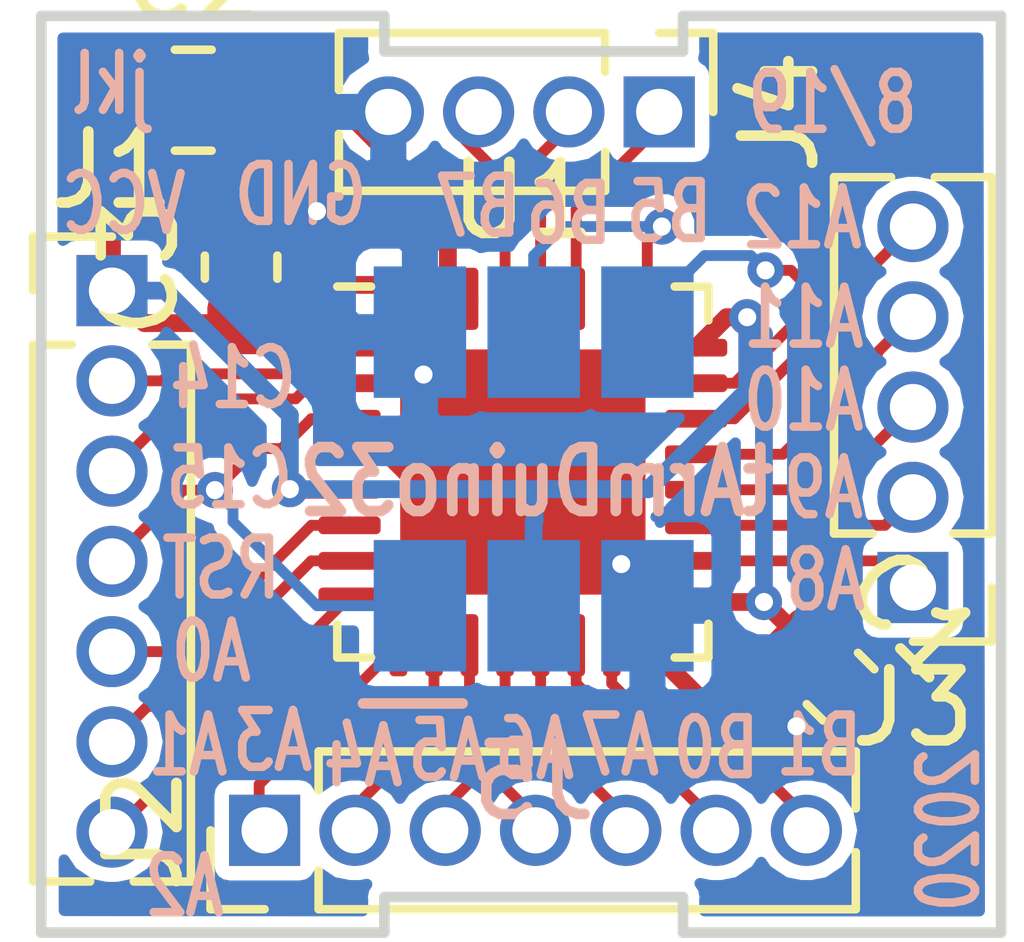
<source format=kicad_pcb>
(kicad_pcb (version 20171130) (host pcbnew 5.0.2-bee76a0~70~ubuntu16.04.1)

  (general
    (thickness 1.6)
    (drawings 39)
    (tracks 142)
    (zones 0)
    (modules 9)
    (nets 26)
  )

  (page A4)
  (layers
    (0 F.Cu signal)
    (31 B.Cu signal)
    (32 B.Adhes user hide)
    (33 F.Adhes user hide)
    (34 B.Paste user hide)
    (35 F.Paste user)
    (36 B.SilkS user)
    (37 F.SilkS user hide)
    (38 B.Mask user)
    (39 F.Mask user hide)
    (40 Dwgs.User user hide)
    (41 Cmts.User user hide)
    (42 Eco1.User user hide)
    (43 Eco2.User user hide)
    (44 Edge.Cuts user)
    (45 Margin user hide)
    (46 B.CrtYd user hide)
    (47 F.CrtYd user hide)
    (48 B.Fab user hide)
    (49 F.Fab user hide)
  )

  (setup
    (last_trace_width 0.25)
    (user_trace_width 0.1525)
    (trace_clearance 0.2)
    (zone_clearance 0.1524)
    (zone_45_only no)
    (trace_min 0.1525)
    (segment_width 0.2)
    (edge_width 0.15)
    (via_size 0.8)
    (via_drill 0.4)
    (via_min_size 0.508)
    (via_min_drill 0.254)
    (user_via 0.508 0.254)
    (uvia_size 0.3)
    (uvia_drill 0.1)
    (uvias_allowed no)
    (uvia_min_size 0.2)
    (uvia_min_drill 0.1)
    (pcb_text_width 0.3)
    (pcb_text_size 1.5 1.5)
    (mod_edge_width 0.15)
    (mod_text_size 1 1)
    (mod_text_width 0.15)
    (pad_size 0.25 0.825)
    (pad_drill 0)
    (pad_to_mask_clearance 0.0201)
    (solder_mask_min_width 0.152)
    (pad_to_paste_clearance -0.0001)
    (aux_axis_origin 0 0)
    (visible_elements FFF9FF7F)
    (pcbplotparams
      (layerselection 0x00010_7ffffffe)
      (usegerberextensions false)
      (usegerberattributes false)
      (usegerberadvancedattributes false)
      (creategerberjobfile false)
      (excludeedgelayer true)
      (linewidth 0.100000)
      (plotframeref false)
      (viasonmask false)
      (mode 1)
      (useauxorigin false)
      (hpglpennumber 1)
      (hpglpenspeed 20)
      (hpglpendiameter 15.000000)
      (psnegative false)
      (psa4output false)
      (plotreference false)
      (plotvalue false)
      (plotinvisibletext false)
      (padsonsilk false)
      (subtractmaskfromsilk false)
      (outputformat 1)
      (mirror false)
      (drillshape 0)
      (scaleselection 1)
      (outputdirectory "Gerbers/"))
  )

  (net 0 "")
  (net 1 VCC)
  (net 2 GND)
  (net 3 /PC14)
  (net 4 /PC15)
  (net 5 /NRST)
  (net 6 /PA0)
  (net 7 /PA1)
  (net 8 /PA2)
  (net 9 /PA3)
  (net 10 /PA4)
  (net 11 /PA5)
  (net 12 /PA6)
  (net 13 /PA7)
  (net 14 /PB0)
  (net 15 /PB1)
  (net 16 /PA8)
  (net 17 /PA9)
  (net 18 /PA10)
  (net 19 /SWD)
  (net 20 /SWC)
  (net 21 /PA11)
  (net 22 /PA12)
  (net 23 /PB5)
  (net 24 /PB6)
  (net 25 /PB7)

  (net_class Default "This is the default net class."
    (clearance 0.2)
    (trace_width 0.25)
    (via_dia 0.8)
    (via_drill 0.4)
    (uvia_dia 0.3)
    (uvia_drill 0.1)
    (add_net /NRST)
    (add_net /PA0)
    (add_net /PA1)
    (add_net /PA10)
    (add_net /PA11)
    (add_net /PA12)
    (add_net /PA2)
    (add_net /PA3)
    (add_net /PA4)
    (add_net /PA5)
    (add_net /PA6)
    (add_net /PA7)
    (add_net /PA8)
    (add_net /PA9)
    (add_net /PB0)
    (add_net /PB1)
    (add_net /PB5)
    (add_net /PB6)
    (add_net /PB7)
    (add_net /PC14)
    (add_net /PC15)
    (add_net /SWC)
    (add_net /SWD)
    (add_net GND)
    (add_net VCC)
  )

  (module Capacitor_SMD:C_0603_1608Metric (layer F.Cu) (tedit 5B301BBE) (tstamp 5CB2AC6F)
    (at 160.741947 78.039547 315)
    (descr "Capacitor SMD 0603 (1608 Metric), square (rectangular) end terminal, IPC_7351 nominal, (Body size source: http://www.tortai-tech.com/upload/download/2011102023233369053.pdf), generated with kicad-footprint-generator")
    (tags capacitor)
    (path /5CAD60E5)
    (attr smd)
    (fp_text reference C1 (at 0 -1.43 315) (layer F.SilkS)
      (effects (font (size 1 1) (thickness 0.15)))
    )
    (fp_text value 100nF (at 0 1.43 315) (layer F.Fab)
      (effects (font (size 1 1) (thickness 0.15)))
    )
    (fp_line (start -0.8 0.4) (end -0.8 -0.4) (layer F.Fab) (width 0.1))
    (fp_line (start -0.8 -0.4) (end 0.8 -0.4) (layer F.Fab) (width 0.1))
    (fp_line (start 0.8 -0.4) (end 0.8 0.4) (layer F.Fab) (width 0.1))
    (fp_line (start 0.8 0.4) (end -0.8 0.4) (layer F.Fab) (width 0.1))
    (fp_line (start -0.162779 -0.51) (end 0.162779 -0.51) (layer F.SilkS) (width 0.12))
    (fp_line (start -0.162779 0.51) (end 0.162779 0.51) (layer F.SilkS) (width 0.12))
    (fp_line (start -1.48 0.73) (end -1.48 -0.73) (layer F.CrtYd) (width 0.05))
    (fp_line (start -1.48 -0.73) (end 1.48 -0.73) (layer F.CrtYd) (width 0.05))
    (fp_line (start 1.48 -0.73) (end 1.48 0.73) (layer F.CrtYd) (width 0.05))
    (fp_line (start 1.48 0.73) (end -1.48 0.73) (layer F.CrtYd) (width 0.05))
    (fp_text user %R (at 0 0 315) (layer F.Fab)
      (effects (font (size 0.4 0.4) (thickness 0.06)))
    )
    (pad 1 smd roundrect (at -0.787501 0 315) (size 0.875 0.95) (layers F.Cu F.Paste F.Mask) (roundrect_rratio 0.25)
      (net 1 VCC))
    (pad 2 smd roundrect (at 0.787501 0 315) (size 0.875 0.95) (layers F.Cu F.Paste F.Mask) (roundrect_rratio 0.25)
      (net 2 GND))
    (model ${KISYS3DMOD}/Capacitor_SMD.3dshapes/C_0603_1608Metric.wrl
      (at (xyz 0 0 0))
      (scale (xyz 1 1 1))
      (rotate (xyz 0 0 0))
    )
  )

  (module lib_fp:Molex_2x3_Contact (layer B.Cu) (tedit 59513E8F) (tstamp 5CA6DA9E)
    (at 156.4259 74.9754)
    (path /5C982CAE)
    (attr smd)
    (fp_text reference J5 (at 0 4.4) (layer B.SilkS)
      (effects (font (size 1 1) (thickness 0.15)) (justify mirror))
    )
    (fp_text value CONN_02X03 (at -0.05 -4.15) (layer B.Fab)
      (effects (font (size 1 1) (thickness 0.15)) (justify mirror))
    )
    (fp_line (start -1 3.3) (end -2.4 3.3) (layer B.SilkS) (width 0.15))
    (fp_line (start -2.4 2.85) (end 2.4 2.85) (layer Dwgs.User) (width 0.15))
    (fp_line (start 2.4 2.85) (end 2.4 -2.85) (layer Dwgs.User) (width 0.15))
    (fp_line (start 2.4 -2.85) (end -2.4 -2.85) (layer Dwgs.User) (width 0.15))
    (fp_line (start -2.4 -2.85) (end -2.4 2.85) (layer Dwgs.User) (width 0.15))
    (pad 1 smd rect (at -1.6 1.925) (size 1.3 1.85) (layers B.Cu B.Paste B.Mask)
      (net 5 /NRST) (solder_mask_margin 0.01) (solder_paste_margin 0.01))
    (pad 2 smd rect (at -1.6 -1.925) (size 1.3 1.85) (layers B.Cu B.Paste B.Mask)
      (net 2 GND) (solder_mask_margin 0.01) (solder_paste_margin 0.01))
    (pad 3 smd rect (at 0 1.925) (size 1.3 1.85) (layers B.Cu B.Paste B.Mask)
      (net 1 VCC) (solder_mask_margin 0.01) (solder_paste_margin 0.01))
    (pad 4 smd rect (at 0 -1.925) (size 1.3 1.85) (layers B.Cu B.Paste B.Mask)
      (net 20 /SWC) (solder_mask_margin 0.01) (solder_paste_margin 0.01))
    (pad 5 smd rect (at 1.6 1.925) (size 1.3 1.85) (layers B.Cu B.Paste B.Mask)
      (net 2 GND) (solder_mask_margin 0.01) (solder_paste_margin 0.01))
    (pad 6 smd rect (at 1.6 -1.925) (size 1.3 1.85) (layers B.Cu B.Paste B.Mask)
      (net 19 /SWD) (solder_mask_margin 0.01) (solder_paste_margin 0.01))
  )

  (module Capacitor_SMD:C_0805_2012Metric (layer F.Cu) (tedit 5B36C52B) (tstamp 5CB2AC80)
    (at 151.638 69.7865)
    (descr "Capacitor SMD 0805 (2012 Metric), square (rectangular) end terminal, IPC_7351 nominal, (Body size source: https://docs.google.com/spreadsheets/d/1BsfQQcO9C6DZCsRaXUlFlo91Tg2WpOkGARC1WS5S8t0/edit?usp=sharing), generated with kicad-footprint-generator")
    (tags capacitor)
    (path /5CAD61B7)
    (attr smd)
    (fp_text reference C2 (at 0 -1.65) (layer F.SilkS)
      (effects (font (size 1 1) (thickness 0.15)))
    )
    (fp_text value 10uF (at 0 1.65) (layer F.Fab)
      (effects (font (size 1 1) (thickness 0.15)))
    )
    (fp_line (start -1 0.6) (end -1 -0.6) (layer F.Fab) (width 0.1))
    (fp_line (start -1 -0.6) (end 1 -0.6) (layer F.Fab) (width 0.1))
    (fp_line (start 1 -0.6) (end 1 0.6) (layer F.Fab) (width 0.1))
    (fp_line (start 1 0.6) (end -1 0.6) (layer F.Fab) (width 0.1))
    (fp_line (start -0.258578 -0.71) (end 0.258578 -0.71) (layer F.SilkS) (width 0.12))
    (fp_line (start -0.258578 0.71) (end 0.258578 0.71) (layer F.SilkS) (width 0.12))
    (fp_line (start -1.68 0.95) (end -1.68 -0.95) (layer F.CrtYd) (width 0.05))
    (fp_line (start -1.68 -0.95) (end 1.68 -0.95) (layer F.CrtYd) (width 0.05))
    (fp_line (start 1.68 -0.95) (end 1.68 0.95) (layer F.CrtYd) (width 0.05))
    (fp_line (start 1.68 0.95) (end -1.68 0.95) (layer F.CrtYd) (width 0.05))
    (fp_text user %R (at -0.015901 0.155299) (layer F.Fab)
      (effects (font (size 0.5 0.5) (thickness 0.08)))
    )
    (pad 1 smd roundrect (at -0.9375 0) (size 0.975 1.4) (layers F.Cu F.Paste F.Mask) (roundrect_rratio 0.25)
      (net 1 VCC))
    (pad 2 smd roundrect (at 0.9375 0) (size 0.975 1.4) (layers F.Cu F.Paste F.Mask) (roundrect_rratio 0.25)
      (net 2 GND))
    (model ${KISYS3DMOD}/Capacitor_SMD.3dshapes/C_0805_2012Metric.wrl
      (at (xyz 0 0 0))
      (scale (xyz 1 1 1))
      (rotate (xyz 0 0 0))
    )
  )

  (module Capacitor_SMD:C_0603_1608Metric (layer F.Cu) (tedit 5B301BBE) (tstamp 5CB2AC91)
    (at 152.3111 72.136 90)
    (descr "Capacitor SMD 0603 (1608 Metric), square (rectangular) end terminal, IPC_7351 nominal, (Body size source: http://www.tortai-tech.com/upload/download/2011102023233369053.pdf), generated with kicad-footprint-generator")
    (tags capacitor)
    (path /5CAD6237)
    (attr smd)
    (fp_text reference C3 (at 0 -1.43 90) (layer F.SilkS)
      (effects (font (size 1 1) (thickness 0.15)))
    )
    (fp_text value 100nF (at 0 1.43 90) (layer F.Fab)
      (effects (font (size 1 1) (thickness 0.15)))
    )
    (fp_text user %R (at 0 0 90) (layer F.Fab)
      (effects (font (size 0.4 0.4) (thickness 0.06)))
    )
    (fp_line (start 1.48 0.73) (end -1.48 0.73) (layer F.CrtYd) (width 0.05))
    (fp_line (start 1.48 -0.73) (end 1.48 0.73) (layer F.CrtYd) (width 0.05))
    (fp_line (start -1.48 -0.73) (end 1.48 -0.73) (layer F.CrtYd) (width 0.05))
    (fp_line (start -1.48 0.73) (end -1.48 -0.73) (layer F.CrtYd) (width 0.05))
    (fp_line (start -0.162779 0.51) (end 0.162779 0.51) (layer F.SilkS) (width 0.12))
    (fp_line (start -0.162779 -0.51) (end 0.162779 -0.51) (layer F.SilkS) (width 0.12))
    (fp_line (start 0.8 0.4) (end -0.8 0.4) (layer F.Fab) (width 0.1))
    (fp_line (start 0.8 -0.4) (end 0.8 0.4) (layer F.Fab) (width 0.1))
    (fp_line (start -0.8 -0.4) (end 0.8 -0.4) (layer F.Fab) (width 0.1))
    (fp_line (start -0.8 0.4) (end -0.8 -0.4) (layer F.Fab) (width 0.1))
    (pad 2 smd roundrect (at 0.7875 0 90) (size 0.875 0.95) (layers F.Cu F.Paste F.Mask) (roundrect_rratio 0.25)
      (net 2 GND))
    (pad 1 smd roundrect (at -0.7875 0 90) (size 0.875 0.95) (layers F.Cu F.Paste F.Mask) (roundrect_rratio 0.25)
      (net 1 VCC))
    (model ${KISYS3DMOD}/Capacitor_SMD.3dshapes/C_0603_1608Metric.wrl
      (at (xyz 0 0 0))
      (scale (xyz 1 1 1))
      (rotate (xyz 0 0 0))
    )
  )

  (module Package_DFN_QFN:QFN-32-1EP_5x5mm_P0.5mm_EP3.45x3.45mm (layer F.Cu) (tedit 5B4E85CE) (tstamp 5F497DC0)
    (at 156.2735 75.0189)
    (descr "QFN, 32 Pin (http://www.analog.com/media/en/package-pcb-resources/package/pkg_pdf/ltc-legacy-qfn/QFN_32_05-08-1693.pdf), generated with kicad-footprint-generator ipc_dfn_qfn_generator.py")
    (tags "QFN DFN_QFN")
    (path /5F34B92A)
    (attr smd)
    (fp_text reference U1 (at 0 -3.82) (layer F.SilkS)
      (effects (font (size 1 1) (thickness 0.15)))
    )
    (fp_text value STM32L071KBUx (at 0 3.82) (layer F.Fab)
      (effects (font (size 1 1) (thickness 0.15)))
    )
    (fp_line (start 2.135 -2.61) (end 2.61 -2.61) (layer F.SilkS) (width 0.12))
    (fp_line (start 2.61 -2.61) (end 2.61 -2.135) (layer F.SilkS) (width 0.12))
    (fp_line (start -2.135 2.61) (end -2.61 2.61) (layer F.SilkS) (width 0.12))
    (fp_line (start -2.61 2.61) (end -2.61 2.135) (layer F.SilkS) (width 0.12))
    (fp_line (start 2.135 2.61) (end 2.61 2.61) (layer F.SilkS) (width 0.12))
    (fp_line (start 2.61 2.61) (end 2.61 2.135) (layer F.SilkS) (width 0.12))
    (fp_line (start -2.135 -2.61) (end -2.61 -2.61) (layer F.SilkS) (width 0.12))
    (fp_line (start -1.5 -2.5) (end 2.5 -2.5) (layer F.Fab) (width 0.1))
    (fp_line (start 2.5 -2.5) (end 2.5 2.5) (layer F.Fab) (width 0.1))
    (fp_line (start 2.5 2.5) (end -2.5 2.5) (layer F.Fab) (width 0.1))
    (fp_line (start -2.5 2.5) (end -2.5 -1.5) (layer F.Fab) (width 0.1))
    (fp_line (start -2.5 -1.5) (end -1.5 -2.5) (layer F.Fab) (width 0.1))
    (fp_line (start -3.12 -3.12) (end -3.12 3.12) (layer F.CrtYd) (width 0.05))
    (fp_line (start -3.12 3.12) (end 3.12 3.12) (layer F.CrtYd) (width 0.05))
    (fp_line (start 3.12 3.12) (end 3.12 -3.12) (layer F.CrtYd) (width 0.05))
    (fp_line (start 3.12 -3.12) (end -3.12 -3.12) (layer F.CrtYd) (width 0.05))
    (fp_text user %R (at 0 0) (layer F.Fab)
      (effects (font (size 1 1) (thickness 0.15)))
    )
    (pad 33 smd roundrect (at 0 0) (size 3.45 3.45) (layers F.Cu F.Mask) (roundrect_rratio 0.072464)
      (net 2 GND))
    (pad "" smd roundrect (at -1.15 -1.15) (size 0.93 0.93) (layers F.Paste) (roundrect_rratio 0.25))
    (pad "" smd roundrect (at -1.15 0) (size 0.93 0.93) (layers F.Paste) (roundrect_rratio 0.25))
    (pad "" smd roundrect (at -1.15 1.15) (size 0.93 0.93) (layers F.Paste) (roundrect_rratio 0.25))
    (pad "" smd roundrect (at 0 -1.15) (size 0.93 0.93) (layers F.Paste) (roundrect_rratio 0.25))
    (pad "" smd roundrect (at 0 0) (size 0.93 0.93) (layers F.Paste) (roundrect_rratio 0.25))
    (pad "" smd roundrect (at 0 1.15) (size 0.93 0.93) (layers F.Paste) (roundrect_rratio 0.25))
    (pad "" smd roundrect (at 1.15 -1.15) (size 0.93 0.93) (layers F.Paste) (roundrect_rratio 0.25))
    (pad "" smd roundrect (at 1.15 0) (size 0.93 0.93) (layers F.Paste) (roundrect_rratio 0.25))
    (pad "" smd roundrect (at 1.15 1.15) (size 0.93 0.93) (layers F.Paste) (roundrect_rratio 0.25))
    (pad 1 smd roundrect (at -2.4375 -1.75) (size 0.875 0.25) (layers F.Cu F.Paste F.Mask) (roundrect_rratio 0.25)
      (net 3 /PC14))
    (pad 2 smd roundrect (at -2.4375 -1.25) (size 0.875 0.25) (layers F.Cu F.Paste F.Mask) (roundrect_rratio 0.25)
      (net 4 /PC15))
    (pad 3 smd roundrect (at -2.4375 -0.75) (size 0.875 0.25) (layers F.Cu F.Paste F.Mask) (roundrect_rratio 0.25)
      (net 5 /NRST))
    (pad 4 smd roundrect (at -2.4375 -0.25) (size 0.875 0.25) (layers F.Cu F.Paste F.Mask) (roundrect_rratio 0.25)
      (net 2 GND))
    (pad 5 smd roundrect (at -2.4375 0.25) (size 0.875 0.25) (layers F.Cu F.Paste F.Mask) (roundrect_rratio 0.25)
      (net 1 VCC))
    (pad 6 smd roundrect (at -2.4375 0.75) (size 0.875 0.25) (layers F.Cu F.Paste F.Mask) (roundrect_rratio 0.25)
      (net 6 /PA0))
    (pad 7 smd roundrect (at -2.4375 1.25) (size 0.875 0.25) (layers F.Cu F.Paste F.Mask) (roundrect_rratio 0.25)
      (net 7 /PA1))
    (pad 8 smd roundrect (at -2.4375 1.75) (size 0.875 0.25) (layers F.Cu F.Paste F.Mask) (roundrect_rratio 0.25)
      (net 8 /PA2))
    (pad 9 smd roundrect (at -1.75 2.4375) (size 0.25 0.875) (layers F.Cu F.Paste F.Mask) (roundrect_rratio 0.25)
      (net 9 /PA3))
    (pad 10 smd roundrect (at -1.25 2.4375) (size 0.25 0.875) (layers F.Cu F.Paste F.Mask) (roundrect_rratio 0.25)
      (net 10 /PA4))
    (pad 11 smd roundrect (at -0.75 2.4375) (size 0.25 0.875) (layers F.Cu F.Paste F.Mask) (roundrect_rratio 0.25)
      (net 11 /PA5))
    (pad 12 smd roundrect (at -0.25 2.4375) (size 0.25 0.875) (layers F.Cu F.Paste F.Mask) (roundrect_rratio 0.25)
      (net 12 /PA6))
    (pad 13 smd roundrect (at 0.25 2.4375) (size 0.25 0.875) (layers F.Cu F.Paste F.Mask) (roundrect_rratio 0.25)
      (net 13 /PA7))
    (pad 14 smd roundrect (at 0.75 2.4375) (size 0.25 0.875) (layers F.Cu F.Paste F.Mask) (roundrect_rratio 0.25)
      (net 14 /PB0))
    (pad 15 smd roundrect (at 1.25 2.4375) (size 0.25 0.875) (layers F.Cu F.Paste F.Mask) (roundrect_rratio 0.25)
      (net 15 /PB1))
    (pad 16 smd roundrect (at 1.75 2.4375) (size 0.25 0.875) (layers F.Cu F.Paste F.Mask) (roundrect_rratio 0.25)
      (net 2 GND))
    (pad 17 smd roundrect (at 2.4375 1.75) (size 0.875 0.25) (layers F.Cu F.Paste F.Mask) (roundrect_rratio 0.25)
      (net 1 VCC))
    (pad 18 smd roundrect (at 2.4375 1.25) (size 0.875 0.25) (layers F.Cu F.Paste F.Mask) (roundrect_rratio 0.25)
      (net 16 /PA8))
    (pad 19 smd roundrect (at 2.4375 0.75) (size 0.875 0.25) (layers F.Cu F.Paste F.Mask) (roundrect_rratio 0.25)
      (net 17 /PA9))
    (pad 20 smd roundrect (at 2.4375 0.25) (size 0.875 0.25) (layers F.Cu F.Paste F.Mask) (roundrect_rratio 0.25)
      (net 18 /PA10))
    (pad 21 smd roundrect (at 2.4375 -0.25) (size 0.875 0.25) (layers F.Cu F.Paste F.Mask) (roundrect_rratio 0.25)
      (net 21 /PA11))
    (pad 22 smd roundrect (at 2.4375 -0.75) (size 0.875 0.25) (layers F.Cu F.Paste F.Mask) (roundrect_rratio 0.25)
      (net 22 /PA12))
    (pad 23 smd roundrect (at 2.4375 -1.25) (size 0.875 0.25) (layers F.Cu F.Paste F.Mask) (roundrect_rratio 0.25)
      (net 19 /SWD))
    (pad 24 smd roundrect (at 2.4375 -1.75) (size 0.875 0.25) (layers F.Cu F.Paste F.Mask) (roundrect_rratio 0.25)
      (net 1 VCC))
    (pad 25 smd roundrect (at 1.75 -2.4375) (size 0.25 0.875) (layers F.Cu F.Paste F.Mask) (roundrect_rratio 0.25)
      (net 20 /SWC))
    (pad 26 smd roundrect (at 1.25 -2.4375) (size 0.25 0.875) (layers F.Cu F.Paste F.Mask) (roundrect_rratio 0.25))
    (pad 27 smd roundrect (at 0.75 -2.4375) (size 0.25 0.875) (layers F.Cu F.Paste F.Mask) (roundrect_rratio 0.25)
      (net 23 /PB5))
    (pad 28 smd roundrect (at 0.25 -2.4375) (size 0.25 0.875) (layers F.Cu F.Paste F.Mask) (roundrect_rratio 0.25)
      (net 24 /PB6))
    (pad 29 smd roundrect (at -0.25 -2.4375) (size 0.25 0.875) (layers F.Cu F.Paste F.Mask) (roundrect_rratio 0.25)
      (net 25 /PB7))
    (pad 30 smd roundrect (at -0.75 -2.4375) (size 0.25 0.875) (layers F.Cu F.Paste F.Mask) (roundrect_rratio 0.25)
      (net 2 GND))
    (pad 31 smd roundrect (at -1.25 -2.4375) (size 0.25 0.875) (layers F.Cu F.Paste F.Mask) (roundrect_rratio 0.25)
      (net 2 GND))
    (pad 32 smd roundrect (at -1.75 -2.4375) (size 0.25 0.875) (layers F.Cu F.Paste F.Mask) (roundrect_rratio 0.25)
      (net 1 VCC))
    (model ${KISYS3DMOD}/Package_DFN_QFN.3dshapes/QFN-32-1EP_5x5mm_P0.5mm_EP3.45x3.45mm.wrl
      (at (xyz 0 0 0))
      (scale (xyz 1 1 1))
      (rotate (xyz 0 0 0))
    )
  )

  (module Connector_PinHeader_1.27mm:PinHeader_1x07_P1.27mm_Vertical (layer F.Cu) (tedit 59FED6E3) (tstamp 5F4984F9)
    (at 150.495 72.4662)
    (descr "Through hole straight pin header, 1x07, 1.27mm pitch, single row")
    (tags "Through hole pin header THT 1x07 1.27mm single row")
    (path /5F3DB773)
    (fp_text reference J1 (at 0 -1.695) (layer F.SilkS)
      (effects (font (size 1 1) (thickness 0.15)))
    )
    (fp_text value Conn_01x07_Male (at 0 9.315) (layer F.Fab)
      (effects (font (size 1 1) (thickness 0.15)))
    )
    (fp_line (start -0.525 -0.635) (end 1.05 -0.635) (layer F.Fab) (width 0.1))
    (fp_line (start 1.05 -0.635) (end 1.05 8.255) (layer F.Fab) (width 0.1))
    (fp_line (start 1.05 8.255) (end -1.05 8.255) (layer F.Fab) (width 0.1))
    (fp_line (start -1.05 8.255) (end -1.05 -0.11) (layer F.Fab) (width 0.1))
    (fp_line (start -1.05 -0.11) (end -0.525 -0.635) (layer F.Fab) (width 0.1))
    (fp_line (start -1.11 8.315) (end -0.30753 8.315) (layer F.SilkS) (width 0.12))
    (fp_line (start 0.30753 8.315) (end 1.11 8.315) (layer F.SilkS) (width 0.12))
    (fp_line (start -1.11 0.76) (end -1.11 8.315) (layer F.SilkS) (width 0.12))
    (fp_line (start 1.11 0.76) (end 1.11 8.315) (layer F.SilkS) (width 0.12))
    (fp_line (start -1.11 0.76) (end -0.563471 0.76) (layer F.SilkS) (width 0.12))
    (fp_line (start 0.563471 0.76) (end 1.11 0.76) (layer F.SilkS) (width 0.12))
    (fp_line (start -1.11 0) (end -1.11 -0.76) (layer F.SilkS) (width 0.12))
    (fp_line (start -1.11 -0.76) (end 0 -0.76) (layer F.SilkS) (width 0.12))
    (fp_line (start -1.55 -1.15) (end -1.55 8.8) (layer F.CrtYd) (width 0.05))
    (fp_line (start -1.55 8.8) (end 1.55 8.8) (layer F.CrtYd) (width 0.05))
    (fp_line (start 1.55 8.8) (end 1.55 -1.15) (layer F.CrtYd) (width 0.05))
    (fp_line (start 1.55 -1.15) (end -1.55 -1.15) (layer F.CrtYd) (width 0.05))
    (fp_text user %R (at 0 3.81 90) (layer F.Fab)
      (effects (font (size 1 1) (thickness 0.15)))
    )
    (pad 1 thru_hole rect (at 0 0) (size 1 1) (drill 0.65) (layers *.Cu *.Mask)
      (net 1 VCC))
    (pad 2 thru_hole oval (at 0 1.27) (size 1 1) (drill 0.65) (layers *.Cu *.Mask)
      (net 3 /PC14))
    (pad 3 thru_hole oval (at 0 2.54) (size 1 1) (drill 0.65) (layers *.Cu *.Mask)
      (net 4 /PC15))
    (pad 4 thru_hole oval (at 0 3.81) (size 1 1) (drill 0.65) (layers *.Cu *.Mask)
      (net 5 /NRST))
    (pad 5 thru_hole oval (at 0 5.08) (size 1 1) (drill 0.65) (layers *.Cu *.Mask)
      (net 6 /PA0))
    (pad 6 thru_hole oval (at 0 6.35) (size 1 1) (drill 0.65) (layers *.Cu *.Mask)
      (net 7 /PA1))
    (pad 7 thru_hole oval (at 0 7.62) (size 1 1) (drill 0.65) (layers *.Cu *.Mask)
      (net 8 /PA2))
    (model ${KISYS3DMOD}/Connector_PinHeader_1.27mm.3dshapes/PinHeader_1x07_P1.27mm_Vertical.wrl
      (at (xyz 0 0 0))
      (scale (xyz 1 1 1))
      (rotate (xyz 0 0 0))
    )
  )

  (module Connector_PinHeader_1.27mm:PinHeader_1x07_P1.27mm_Vertical (layer F.Cu) (tedit 59FED6E3) (tstamp 5F498516)
    (at 152.6413 80.0608 90)
    (descr "Through hole straight pin header, 1x07, 1.27mm pitch, single row")
    (tags "Through hole pin header THT 1x07 1.27mm single row")
    (path /5F3DB9CB)
    (fp_text reference J2 (at 0 -1.695 90) (layer F.SilkS)
      (effects (font (size 1 1) (thickness 0.15)))
    )
    (fp_text value Conn_01x07_Male (at 0 9.315 90) (layer F.Fab)
      (effects (font (size 1 1) (thickness 0.15)))
    )
    (fp_text user %R (at 0 3.81 180) (layer F.Fab)
      (effects (font (size 1 1) (thickness 0.15)))
    )
    (fp_line (start 1.55 -1.15) (end -1.55 -1.15) (layer F.CrtYd) (width 0.05))
    (fp_line (start 1.55 8.8) (end 1.55 -1.15) (layer F.CrtYd) (width 0.05))
    (fp_line (start -1.55 8.8) (end 1.55 8.8) (layer F.CrtYd) (width 0.05))
    (fp_line (start -1.55 -1.15) (end -1.55 8.8) (layer F.CrtYd) (width 0.05))
    (fp_line (start -1.11 -0.76) (end 0 -0.76) (layer F.SilkS) (width 0.12))
    (fp_line (start -1.11 0) (end -1.11 -0.76) (layer F.SilkS) (width 0.12))
    (fp_line (start 0.563471 0.76) (end 1.11 0.76) (layer F.SilkS) (width 0.12))
    (fp_line (start -1.11 0.76) (end -0.563471 0.76) (layer F.SilkS) (width 0.12))
    (fp_line (start 1.11 0.76) (end 1.11 8.315) (layer F.SilkS) (width 0.12))
    (fp_line (start -1.11 0.76) (end -1.11 8.315) (layer F.SilkS) (width 0.12))
    (fp_line (start 0.30753 8.315) (end 1.11 8.315) (layer F.SilkS) (width 0.12))
    (fp_line (start -1.11 8.315) (end -0.30753 8.315) (layer F.SilkS) (width 0.12))
    (fp_line (start -1.05 -0.11) (end -0.525 -0.635) (layer F.Fab) (width 0.1))
    (fp_line (start -1.05 8.255) (end -1.05 -0.11) (layer F.Fab) (width 0.1))
    (fp_line (start 1.05 8.255) (end -1.05 8.255) (layer F.Fab) (width 0.1))
    (fp_line (start 1.05 -0.635) (end 1.05 8.255) (layer F.Fab) (width 0.1))
    (fp_line (start -0.525 -0.635) (end 1.05 -0.635) (layer F.Fab) (width 0.1))
    (pad 7 thru_hole oval (at 0 7.62 90) (size 1 1) (drill 0.65) (layers *.Cu *.Mask)
      (net 15 /PB1))
    (pad 6 thru_hole oval (at 0 6.35 90) (size 1 1) (drill 0.65) (layers *.Cu *.Mask)
      (net 14 /PB0))
    (pad 5 thru_hole oval (at 0 5.08 90) (size 1 1) (drill 0.65) (layers *.Cu *.Mask)
      (net 13 /PA7))
    (pad 4 thru_hole oval (at 0 3.81 90) (size 1 1) (drill 0.65) (layers *.Cu *.Mask)
      (net 12 /PA6))
    (pad 3 thru_hole oval (at 0 2.54 90) (size 1 1) (drill 0.65) (layers *.Cu *.Mask)
      (net 11 /PA5))
    (pad 2 thru_hole oval (at 0 1.27 90) (size 1 1) (drill 0.65) (layers *.Cu *.Mask)
      (net 10 /PA4))
    (pad 1 thru_hole rect (at 0 0 90) (size 1 1) (drill 0.65) (layers *.Cu *.Mask)
      (net 9 /PA3))
    (model ${KISYS3DMOD}/Connector_PinHeader_1.27mm.3dshapes/PinHeader_1x07_P1.27mm_Vertical.wrl
      (at (xyz 0 0 0))
      (scale (xyz 1 1 1))
      (rotate (xyz 0 0 0))
    )
  )

  (module Connector_PinHeader_1.27mm:PinHeader_1x05_P1.27mm_Vertical (layer F.Cu) (tedit 59FED6E3) (tstamp 5F498531)
    (at 161.7599 76.6445 180)
    (descr "Through hole straight pin header, 1x05, 1.27mm pitch, single row")
    (tags "Through hole pin header THT 1x05 1.27mm single row")
    (path /5F3DB613)
    (fp_text reference J3 (at 0 -1.695 180) (layer F.SilkS)
      (effects (font (size 1 1) (thickness 0.15)))
    )
    (fp_text value Conn_01x05_Male (at 0 6.775 180) (layer F.Fab)
      (effects (font (size 1 1) (thickness 0.15)))
    )
    (fp_line (start -0.525 -0.635) (end 1.05 -0.635) (layer F.Fab) (width 0.1))
    (fp_line (start 1.05 -0.635) (end 1.05 5.715) (layer F.Fab) (width 0.1))
    (fp_line (start 1.05 5.715) (end -1.05 5.715) (layer F.Fab) (width 0.1))
    (fp_line (start -1.05 5.715) (end -1.05 -0.11) (layer F.Fab) (width 0.1))
    (fp_line (start -1.05 -0.11) (end -0.525 -0.635) (layer F.Fab) (width 0.1))
    (fp_line (start -1.11 5.775) (end -0.30753 5.775) (layer F.SilkS) (width 0.12))
    (fp_line (start 0.30753 5.775) (end 1.11 5.775) (layer F.SilkS) (width 0.12))
    (fp_line (start -1.11 0.76) (end -1.11 5.775) (layer F.SilkS) (width 0.12))
    (fp_line (start 1.11 0.76) (end 1.11 5.775) (layer F.SilkS) (width 0.12))
    (fp_line (start -1.11 0.76) (end -0.563471 0.76) (layer F.SilkS) (width 0.12))
    (fp_line (start 0.563471 0.76) (end 1.11 0.76) (layer F.SilkS) (width 0.12))
    (fp_line (start -1.11 0) (end -1.11 -0.76) (layer F.SilkS) (width 0.12))
    (fp_line (start -1.11 -0.76) (end 0 -0.76) (layer F.SilkS) (width 0.12))
    (fp_line (start -1.55 -1.15) (end -1.55 6.25) (layer F.CrtYd) (width 0.05))
    (fp_line (start -1.55 6.25) (end 1.55 6.25) (layer F.CrtYd) (width 0.05))
    (fp_line (start 1.55 6.25) (end 1.55 -1.15) (layer F.CrtYd) (width 0.05))
    (fp_line (start 1.55 -1.15) (end -1.55 -1.15) (layer F.CrtYd) (width 0.05))
    (fp_text user %R (at 0 2.54 270) (layer F.Fab)
      (effects (font (size 1 1) (thickness 0.15)))
    )
    (pad 1 thru_hole rect (at 0 0 180) (size 1 1) (drill 0.65) (layers *.Cu *.Mask)
      (net 16 /PA8))
    (pad 2 thru_hole oval (at 0 1.27 180) (size 1 1) (drill 0.65) (layers *.Cu *.Mask)
      (net 17 /PA9))
    (pad 3 thru_hole oval (at 0 2.54 180) (size 1 1) (drill 0.65) (layers *.Cu *.Mask)
      (net 18 /PA10))
    (pad 4 thru_hole oval (at 0 3.81 180) (size 1 1) (drill 0.65) (layers *.Cu *.Mask)
      (net 21 /PA11))
    (pad 5 thru_hole oval (at 0 5.08 180) (size 1 1) (drill 0.65) (layers *.Cu *.Mask)
      (net 22 /PA12))
    (model ${KISYS3DMOD}/Connector_PinHeader_1.27mm.3dshapes/PinHeader_1x05_P1.27mm_Vertical.wrl
      (at (xyz 0 0 0))
      (scale (xyz 1 1 1))
      (rotate (xyz 0 0 0))
    )
  )

  (module Connector_PinHeader_1.27mm:PinHeader_1x04_P1.27mm_Vertical (layer F.Cu) (tedit 59FED6E3) (tstamp 5F499460)
    (at 158.1912 69.9516 270)
    (descr "Through hole straight pin header, 1x04, 1.27mm pitch, single row")
    (tags "Through hole pin header THT 1x04 1.27mm single row")
    (path /5F3DB454)
    (fp_text reference J4 (at 0 -1.695 270) (layer F.SilkS)
      (effects (font (size 1 1) (thickness 0.15)))
    )
    (fp_text value Conn_01x04_Male (at 0 5.505 270) (layer F.Fab)
      (effects (font (size 1 1) (thickness 0.15)))
    )
    (fp_line (start -0.525 -0.635) (end 1.05 -0.635) (layer F.Fab) (width 0.1))
    (fp_line (start 1.05 -0.635) (end 1.05 4.445) (layer F.Fab) (width 0.1))
    (fp_line (start 1.05 4.445) (end -1.05 4.445) (layer F.Fab) (width 0.1))
    (fp_line (start -1.05 4.445) (end -1.05 -0.11) (layer F.Fab) (width 0.1))
    (fp_line (start -1.05 -0.11) (end -0.525 -0.635) (layer F.Fab) (width 0.1))
    (fp_line (start -1.11 4.505) (end -0.30753 4.505) (layer F.SilkS) (width 0.12))
    (fp_line (start 0.30753 4.505) (end 1.11 4.505) (layer F.SilkS) (width 0.12))
    (fp_line (start -1.11 0.76) (end -1.11 4.505) (layer F.SilkS) (width 0.12))
    (fp_line (start 1.11 0.76) (end 1.11 4.505) (layer F.SilkS) (width 0.12))
    (fp_line (start -1.11 0.76) (end -0.563471 0.76) (layer F.SilkS) (width 0.12))
    (fp_line (start 0.563471 0.76) (end 1.11 0.76) (layer F.SilkS) (width 0.12))
    (fp_line (start -1.11 0) (end -1.11 -0.76) (layer F.SilkS) (width 0.12))
    (fp_line (start -1.11 -0.76) (end 0 -0.76) (layer F.SilkS) (width 0.12))
    (fp_line (start -1.55 -1.15) (end -1.55 4.95) (layer F.CrtYd) (width 0.05))
    (fp_line (start -1.55 4.95) (end 1.55 4.95) (layer F.CrtYd) (width 0.05))
    (fp_line (start 1.55 4.95) (end 1.55 -1.15) (layer F.CrtYd) (width 0.05))
    (fp_line (start 1.55 -1.15) (end -1.55 -1.15) (layer F.CrtYd) (width 0.05))
    (fp_text user %R (at 0 1.905) (layer F.Fab)
      (effects (font (size 1 1) (thickness 0.15)))
    )
    (pad 1 thru_hole rect (at 0 0 270) (size 1 1) (drill 0.65) (layers *.Cu *.Mask)
      (net 23 /PB5))
    (pad 2 thru_hole oval (at 0 1.27 270) (size 1 1) (drill 0.65) (layers *.Cu *.Mask)
      (net 24 /PB6))
    (pad 3 thru_hole oval (at 0 2.54 270) (size 1 1) (drill 0.65) (layers *.Cu *.Mask)
      (net 25 /PB7))
    (pad 4 thru_hole oval (at 0 3.81 270) (size 1 1) (drill 0.65) (layers *.Cu *.Mask)
      (net 2 GND))
    (model ${KISYS3DMOD}/Connector_PinHeader_1.27mm.3dshapes/PinHeader_1x04_P1.27mm_Vertical.wrl
      (at (xyz 0 0 0))
      (scale (xyz 1 1 1))
      (rotate (xyz 0 0 0))
    )
  )

  (gr_text A11 (at 160.2232 72.8472) (layer B.SilkS) (tstamp 5F4998BB)
    (effects (font (size 0.8 0.6) (thickness 0.12)) (justify mirror))
  )
  (gr_text 2020 (at 162.2679 80.0481 90) (layer B.SilkS) (tstamp 5CB56398)
    (effects (font (size 0.8 0.6) (thickness 0.12)) (justify mirror))
  )
  (gr_text 8/19 (at 160.6296 69.8246) (layer B.SilkS) (tstamp 5CB56270)
    (effects (font (size 0.8 0.6) (thickness 0.12)) (justify mirror))
  )
  (gr_text jkl (at 150.4823 69.5579) (layer B.SilkS) (tstamp 5CB5626E)
    (effects (font (size 0.8 0.6) (thickness 0.12)) (justify mirror))
  )
  (gr_text tArmDuino32 (at 156.464 75.1586) (layer B.SilkS) (tstamp 5CB56269)
    (effects (font (size 0.9 0.7) (thickness 0.15)) (justify mirror))
  )
  (gr_text RST (at 152.0317 76.3778) (layer B.SilkS) (tstamp 5CB5623F)
    (effects (font (size 0.8 0.6) (thickness 0.12)) (justify mirror))
  )
  (gr_text C15 (at 152.146 75.1078) (layer B.SilkS) (tstamp 5CB5623C)
    (effects (font (size 0.8 0.6) (thickness 0.12)) (justify mirror))
  )
  (gr_text C14 (at 152.1968 73.6981) (layer B.SilkS) (tstamp 5CB56212)
    (effects (font (size 0.8 0.6) (thickness 0.12)) (justify mirror))
  )
  (gr_text A0 (at 151.892 77.5462) (layer B.SilkS) (tstamp 5CB56209)
    (effects (font (size 0.8 0.6) (thickness 0.12)) (justify mirror))
  )
  (gr_text A1 (at 151.5618 78.867) (layer B.SilkS) (tstamp 5CB56202)
    (effects (font (size 0.8 0.6) (thickness 0.12)) (justify mirror))
  )
  (gr_text A2 (at 151.511 80.8482) (layer B.SilkS) (tstamp 5CB56200)
    (effects (font (size 0.8 0.6) (thickness 0.12)) (justify mirror))
  )
  (gr_text A3 (at 152.7556 78.8035) (layer B.SilkS) (tstamp 5CB561FE)
    (effects (font (size 0.8 0.6) (thickness 0.12)) (justify mirror))
  )
  (gr_text A4 (at 154.0256 79.0194) (layer B.SilkS) (tstamp 5CB561F9)
    (effects (font (size 0.8 0.6) (thickness 0.12)) (justify mirror))
  )
  (gr_text A5 (at 155.2194 78.9432) (layer B.SilkS) (tstamp 5CB561F3)
    (effects (font (size 0.8 0.6) (thickness 0.12)) (justify mirror))
  )
  (gr_text A6 (at 156.4386 78.9178) (layer B.SilkS) (tstamp 5CB561F0)
    (effects (font (size 0.8 0.6) (thickness 0.12)) (justify mirror))
  )
  (gr_text A7 (at 157.6324 78.867) (layer B.SilkS) (tstamp 5CB5614C)
    (effects (font (size 0.8 0.6) (thickness 0.12)) (justify mirror))
  )
  (gr_text B0 (at 158.9913 78.9051) (layer B.SilkS) (tstamp 5CB5613E)
    (effects (font (size 0.8 0.6) (thickness 0.12)) (justify mirror))
  )
  (gr_text B1 (at 160.4391 78.867) (layer B.SilkS) (tstamp 5CB560D4)
    (effects (font (size 0.8 0.6) (thickness 0.12)) (justify mirror))
  )
  (gr_text A8 (at 160.528 76.5429) (layer B.SilkS) (tstamp 5CB5606B)
    (effects (font (size 0.8 0.6) (thickness 0.12)) (justify mirror))
  )
  (gr_text A9 (at 160.5026 75.2475) (layer B.SilkS) (tstamp 5CB56068)
    (effects (font (size 0.8 0.6) (thickness 0.12)) (justify mirror))
  )
  (gr_text A10 (at 160.2232 74.0156) (layer B.SilkS) (tstamp 5CB5605B)
    (effects (font (size 0.8 0.6) (thickness 0.12)) (justify mirror))
  )
  (gr_text VCC (at 150.6601 71.247) (layer B.SilkS) (tstamp 5CB5604E)
    (effects (font (size 0.8 0.6) (thickness 0.12)) (justify mirror))
  )
  (gr_text B7 (at 155.6385 71.2851) (layer B.SilkS) (tstamp 5CB5604A)
    (effects (font (size 0.8 0.6) (thickness 0.12)) (justify mirror))
  )
  (gr_text A12 (at 160.1978 71.4502) (layer B.SilkS) (tstamp 5CB55F2A)
    (effects (font (size 0.8 0.6) (thickness 0.12)) (justify mirror))
  )
  (gr_text B5 (at 158.3309 71.3613) (layer B.SilkS) (tstamp 5CB55F23)
    (effects (font (size 0.8 0.6) (thickness 0.12)) (justify mirror))
  )
  (gr_text B6 (at 156.9212 71.3867) (layer B.SilkS) (tstamp 5CB55F1E)
    (effects (font (size 0.8 0.6) (thickness 0.12)) (justify mirror))
  )
  (gr_text GND (at 153.1493 71.12) (layer B.SilkS)
    (effects (font (size 0.8 0.6) (thickness 0.12)) (justify mirror))
  )
  (gr_line (start 158.5259 68.6) (end 163 68.6) (layer Edge.Cuts) (width 0.15) (tstamp 5CB55831))
  (gr_line (start 158.5259 69.1) (end 158.5259 68.6) (layer Edge.Cuts) (width 0.15) (tstamp 5CB5582E))
  (gr_line (start 154.3259 69.1) (end 158.5259 69.1) (layer Edge.Cuts) (width 0.15) (tstamp 5CB55829))
  (gr_line (start 154.3259 68.6) (end 154.3259 69.1) (layer Edge.Cuts) (width 0.15) (tstamp 5CB55821))
  (gr_line (start 158.5259 81.5) (end 163 81.5) (layer Edge.Cuts) (width 0.15) (tstamp 5CB55307))
  (gr_line (start 158.5259 81) (end 158.5259 81.5) (layer Edge.Cuts) (width 0.15) (tstamp 5CB552FD))
  (gr_line (start 154.3259 81.5) (end 154.3259 81) (layer Edge.Cuts) (width 0.15) (tstamp 5CB552F5))
  (gr_line (start 154.3259 81) (end 158.5259 81) (layer Edge.Cuts) (width 0.15) (tstamp 5CB552D6))
  (gr_line (start 149.5 81.5) (end 149.5 68.6) (layer Edge.Cuts) (width 0.15) (tstamp 5CA6DB66))
  (gr_line (start 154.3259 81.5) (end 149.5 81.5) (layer Edge.Cuts) (width 0.15) (tstamp 5CA6DB60))
  (gr_line (start 163 68.6) (end 163 81.5) (layer Edge.Cuts) (width 0.15) (tstamp 5CA6DB63))
  (gr_line (start 149.5 68.6) (end 154.3259 68.6) (layer Edge.Cuts) (width 0.15) (tstamp 5CA6DABB))

  (via (at 152.9969 75.2602) (size 0.508) (drill 0.254) (layers F.Cu B.Cu) (net 1))
  (segment (start 153.0056 75.2689) (end 152.9969 75.2602) (width 0.25) (layer F.Cu) (net 1))
  (segment (start 153.836 75.2689) (end 153.0056 75.2689) (width 0.25) (layer F.Cu) (net 1))
  (via (at 159.6644 76.8477) (size 0.508) (drill 0.254) (layers F.Cu B.Cu) (net 1))
  (segment (start 160.1851 77.3684) (end 159.6644 76.8477) (width 0.25) (layer F.Cu) (net 1))
  (segment (start 160.1851 77.4827) (end 160.1851 77.3684) (width 0.25) (layer F.Cu) (net 1))
  (segment (start 158.7898 76.8477) (end 158.711 76.7689) (width 0.25) (layer F.Cu) (net 1))
  (segment (start 159.6644 76.8477) (end 158.7898 76.8477) (width 0.25) (layer F.Cu) (net 1))
  (segment (start 152.772712 72.461888) (end 152.3111 72.9235) (width 0.25) (layer F.Cu) (net 1))
  (segment (start 152.84891 72.38569) (end 152.772712 72.461888) (width 0.25) (layer F.Cu) (net 1))
  (segment (start 154.32779 72.38569) (end 152.84891 72.38569) (width 0.25) (layer F.Cu) (net 1))
  (segment (start 154.5235 72.5814) (end 154.32779 72.38569) (width 0.25) (layer F.Cu) (net 1))
  (segment (start 150.9523 72.9235) (end 150.495 72.4662) (width 0.25) (layer F.Cu) (net 1))
  (segment (start 152.3111 72.9235) (end 150.9523 72.9235) (width 0.25) (layer F.Cu) (net 1))
  (segment (start 150.495 69.992) (end 150.7005 69.7865) (width 0.25) (layer F.Cu) (net 1))
  (segment (start 150.495 72.4662) (end 150.495 69.992) (width 0.25) (layer F.Cu) (net 1))
  (segment (start 152.9969 74.2181) (end 151.245 72.4662) (width 0.25) (layer B.Cu) (net 1))
  (segment (start 151.245 72.4662) (end 150.495 72.4662) (width 0.25) (layer B.Cu) (net 1))
  (segment (start 152.9969 75.2602) (end 152.9969 74.2181) (width 0.25) (layer B.Cu) (net 1))
  (via (at 159.428807 72.840166) (size 0.508) (drill 0.254) (layers F.Cu B.Cu) (net 1))
  (segment (start 159.6644 73.075759) (end 159.428807 72.840166) (width 0.25) (layer B.Cu) (net 1))
  (segment (start 158.711 73.2689) (end 159.139734 72.840166) (width 0.25) (layer F.Cu) (net 1))
  (segment (start 159.428807 73.199376) (end 159.428807 72.840166) (width 0.25) (layer B.Cu) (net 1))
  (segment (start 159.428807 73.873202) (end 159.428807 73.199376) (width 0.25) (layer B.Cu) (net 1))
  (segment (start 159.139734 72.840166) (end 159.428807 72.840166) (width 0.25) (layer F.Cu) (net 1))
  (segment (start 159.6644 76.8477) (end 159.6644 73.075759) (width 0.25) (layer B.Cu) (net 1))
  (segment (start 158.041809 75.2602) (end 159.428807 73.873202) (width 0.25) (layer B.Cu) (net 1))
  (segment (start 156.4386 75.7127) (end 156.4386 75.2602) (width 0.25) (layer B.Cu) (net 1))
  (segment (start 156.4259 75.7254) (end 156.4386 75.7127) (width 0.25) (layer B.Cu) (net 1))
  (segment (start 156.4259 76.9004) (end 156.4259 75.7254) (width 0.25) (layer B.Cu) (net 1))
  (segment (start 152.9969 75.2602) (end 156.4386 75.2602) (width 0.25) (layer B.Cu) (net 1))
  (segment (start 156.4386 75.2602) (end 158.041809 75.2602) (width 0.25) (layer B.Cu) (net 1))
  (via (at 157.6578 76.3143) (size 0.508) (drill 0.254) (layers F.Cu B.Cu) (net 2))
  (via (at 154.8765 73.6473) (size 0.508) (drill 0.254) (layers F.Cu B.Cu) (net 2))
  (segment (start 154.6235 75.0189) (end 156.2735 75.0189) (width 0.25) (layer F.Cu) (net 2))
  (segment (start 154.3735 74.7689) (end 154.6235 75.0189) (width 0.25) (layer F.Cu) (net 2))
  (segment (start 153.836 74.7689) (end 154.3735 74.7689) (width 0.25) (layer F.Cu) (net 2))
  (segment (start 155.5235 72.5814) (end 155.0235 72.5814) (width 0.25) (layer F.Cu) (net 2))
  (segment (start 154.690699 70.845299) (end 154.1907 70.3453) (width 0.25) (layer F.Cu) (net 2))
  (segment (start 155.21921 71.37381) (end 154.690699 70.845299) (width 0.25) (layer F.Cu) (net 2))
  (segment (start 155.21921 72.38569) (end 155.21921 71.37381) (width 0.25) (layer F.Cu) (net 2))
  (segment (start 155.0235 72.5814) (end 155.21921 72.38569) (width 0.25) (layer F.Cu) (net 2))
  (segment (start 153.6319 69.7865) (end 154.1907 70.3453) (width 0.25) (layer F.Cu) (net 2))
  (segment (start 152.5755 69.7865) (end 153.6319 69.7865) (width 0.25) (layer F.Cu) (net 2))
  (segment (start 152.3111 70.0509) (end 152.5755 69.7865) (width 0.25) (layer F.Cu) (net 2))
  (segment (start 152.3111 71.3485) (end 152.3111 70.0509) (width 0.25) (layer F.Cu) (net 2))
  (segment (start 155.32779 74.07319) (end 156.2735 75.0189) (width 0.25) (layer F.Cu) (net 2))
  (segment (start 155.32779 72.77711) (end 155.32779 74.07319) (width 0.25) (layer F.Cu) (net 2))
  (segment (start 155.5235 72.5814) (end 155.32779 72.77711) (width 0.25) (layer F.Cu) (net 2))
  (segment (start 159.163494 78.596394) (end 160.1216 78.596394) (width 0.25) (layer F.Cu) (net 2))
  (segment (start 158.0235 77.4564) (end 159.163494 78.596394) (width 0.25) (layer F.Cu) (net 2))
  (segment (start 160.1216 78.596394) (end 161.298794 78.596394) (width 0.25) (layer F.Cu) (net 2) (tstamp 5F499AED))
  (via (at 160.1216 78.596394) (size 0.508) (drill 0.254) (layers F.Cu B.Cu) (net 2))
  (via (at 153.3779 71.3486) (size 0.508) (drill 0.254) (layers F.Cu B.Cu) (net 2))
  (segment (start 152.3112 71.3486) (end 152.3111 71.3485) (width 0.25) (layer F.Cu) (net 2))
  (segment (start 153.3779 71.3486) (end 152.3112 71.3486) (width 0.25) (layer F.Cu) (net 2))
  (segment (start 151.202106 73.7362) (end 150.495 73.7362) (width 0.1525) (layer F.Cu) (net 3))
  (segment (start 151.301046 73.63726) (end 151.202106 73.7362) (width 0.1525) (layer F.Cu) (net 3))
  (segment (start 152.93014 73.63726) (end 151.301046 73.63726) (width 0.1525) (layer F.Cu) (net 3))
  (segment (start 153.836 73.2689) (end 153.2985 73.2689) (width 0.1525) (layer F.Cu) (net 3))
  (segment (start 153.2985 73.2689) (end 152.93014 73.63726) (width 0.1525) (layer F.Cu) (net 3))
  (segment (start 150.994999 74.506201) (end 150.495 75.0062) (width 0.1525) (layer F.Cu) (net 4))
  (segment (start 151.511429 73.989771) (end 150.994999 74.506201) (width 0.1525) (layer F.Cu) (net 4))
  (segment (start 153.076154 73.989771) (end 151.511429 73.989771) (width 0.1525) (layer F.Cu) (net 4))
  (segment (start 153.836 73.7689) (end 153.297025 73.7689) (width 0.1525) (layer F.Cu) (net 4))
  (segment (start 153.297025 73.7689) (end 153.076154 73.989771) (width 0.1525) (layer F.Cu) (net 4))
  (segment (start 153.2985 74.2689) (end 152.8787 74.6887) (width 0.1525) (layer F.Cu) (net 5))
  (segment (start 153.836 74.2689) (end 153.2985 74.2689) (width 0.1525) (layer F.Cu) (net 5))
  (via (at 151.9428 75.2729) (size 0.508) (drill 0.254) (layers F.Cu B.Cu) (net 5))
  (segment (start 152.527 74.6887) (end 151.9428 75.2729) (width 0.1525) (layer F.Cu) (net 5))
  (segment (start 152.8787 74.6887) (end 152.527 74.6887) (width 0.1525) (layer F.Cu) (net 5))
  (segment (start 152.196799 75.526899) (end 152.196799 75.717399) (width 0.1525) (layer B.Cu) (net 5))
  (segment (start 151.9428 75.2729) (end 152.196799 75.526899) (width 0.1525) (layer B.Cu) (net 5))
  (segment (start 153.3798 76.9004) (end 154.8259 76.9004) (width 0.1525) (layer B.Cu) (net 5))
  (segment (start 152.196799 75.717399) (end 153.3798 76.9004) (width 0.1525) (layer B.Cu) (net 5))
  (segment (start 151.4983 75.2729) (end 150.495 76.2762) (width 0.1525) (layer F.Cu) (net 5))
  (segment (start 151.9428 75.2729) (end 151.4983 75.2729) (width 0.1525) (layer F.Cu) (net 5))
  (segment (start 151.202106 77.5462) (end 150.495 77.5462) (width 0.1525) (layer F.Cu) (net 6))
  (segment (start 153.2985 75.7689) (end 151.5212 77.5462) (width 0.1525) (layer F.Cu) (net 6))
  (segment (start 151.5212 77.5462) (end 151.202106 77.5462) (width 0.1525) (layer F.Cu) (net 6))
  (segment (start 153.836 75.7689) (end 153.2985 75.7689) (width 0.1525) (layer F.Cu) (net 6))
  (segment (start 151.251199 78.316201) (end 150.994999 78.316201) (width 0.1525) (layer F.Cu) (net 7))
  (segment (start 153.2985 76.2689) (end 151.251199 78.316201) (width 0.1525) (layer F.Cu) (net 7))
  (segment (start 150.994999 78.316201) (end 150.495 78.8162) (width 0.1525) (layer F.Cu) (net 7))
  (segment (start 153.836 76.2689) (end 153.2985 76.2689) (width 0.1525) (layer F.Cu) (net 7))
  (segment (start 150.5187 80.0862) (end 150.495 80.0862) (width 0.1525) (layer F.Cu) (net 8))
  (segment (start 153.836 76.7689) (end 150.5187 80.0862) (width 0.1525) (layer F.Cu) (net 8))
  (segment (start 152.5651 79.4148) (end 152.5651 79.8068) (width 0.1525) (layer F.Cu) (net 9))
  (segment (start 154.5235 77.4564) (end 152.5651 79.4148) (width 0.1525) (layer F.Cu) (net 9))
  (segment (start 155.0235 78.6184) (end 153.8351 79.8068) (width 0.1525) (layer F.Cu) (net 10))
  (segment (start 155.0235 77.4564) (end 155.0235 78.6184) (width 0.1525) (layer F.Cu) (net 10))
  (segment (start 155.5235 79.3884) (end 155.1051 79.8068) (width 0.1525) (layer F.Cu) (net 11))
  (segment (start 155.5235 77.4564) (end 155.5235 79.3884) (width 0.1525) (layer F.Cu) (net 11))
  (segment (start 156.0235 79.4552) (end 156.3751 79.8068) (width 0.1525) (layer F.Cu) (net 12))
  (segment (start 156.0235 77.4564) (end 156.0235 79.4552) (width 0.1525) (layer F.Cu) (net 12))
  (segment (start 156.5235 78.6852) (end 157.6451 79.8068) (width 0.1525) (layer F.Cu) (net 13))
  (segment (start 156.5235 77.4564) (end 156.5235 78.6852) (width 0.1525) (layer F.Cu) (net 13))
  (segment (start 158.8364 79.8068) (end 158.9151 79.8068) (width 0.1525) (layer F.Cu) (net 14))
  (segment (start 157.0235 77.9939) (end 158.8364 79.8068) (width 0.1525) (layer F.Cu) (net 14))
  (segment (start 157.0235 77.4564) (end 157.0235 77.9939) (width 0.1525) (layer F.Cu) (net 14))
  (segment (start 159.685101 79.306801) (end 160.1851 79.8068) (width 0.1525) (layer F.Cu) (net 15))
  (segment (start 159.408849 79.030549) (end 159.685101 79.306801) (width 0.1525) (layer F.Cu) (net 15))
  (segment (start 158.560149 79.030549) (end 159.408849 79.030549) (width 0.1525) (layer F.Cu) (net 15))
  (segment (start 157.5235 77.9939) (end 158.560149 79.030549) (width 0.1525) (layer F.Cu) (net 15))
  (segment (start 157.5235 77.4564) (end 157.5235 77.9939) (width 0.1525) (layer F.Cu) (net 15))
  (segment (start 161.3843 76.2689) (end 161.7599 76.6445) (width 0.1525) (layer F.Cu) (net 16))
  (segment (start 158.711 76.2689) (end 161.3843 76.2689) (width 0.1525) (layer F.Cu) (net 16))
  (segment (start 161.3655 75.7689) (end 161.7599 75.3745) (width 0.1525) (layer F.Cu) (net 17))
  (segment (start 158.711 75.7689) (end 161.3655 75.7689) (width 0.1525) (layer F.Cu) (net 17))
  (segment (start 160.5955 75.2689) (end 161.7599 74.1045) (width 0.1525) (layer F.Cu) (net 18))
  (segment (start 158.711 75.2689) (end 160.5955 75.2689) (width 0.1525) (layer F.Cu) (net 18))
  (segment (start 159.479055 71.9729) (end 159.687109 72.180954) (width 0.1525) (layer B.Cu) (net 19))
  (segment (start 160.046319 72.180954) (end 159.687109 72.180954) (width 0.1525) (layer F.Cu) (net 19))
  (segment (start 160.262515 72.39715) (end 160.046319 72.180954) (width 0.1525) (layer F.Cu) (net 19))
  (segment (start 159.249975 73.7689) (end 160.262515 72.756361) (width 0.1525) (layer F.Cu) (net 19))
  (segment (start 158.711 73.7689) (end 159.249975 73.7689) (width 0.1525) (layer F.Cu) (net 19))
  (segment (start 158.0259 72.7754) (end 158.8284 71.9729) (width 0.1525) (layer B.Cu) (net 19))
  (segment (start 160.262515 72.756361) (end 160.262515 72.39715) (width 0.1525) (layer F.Cu) (net 19))
  (segment (start 158.8284 71.9729) (end 159.479055 71.9729) (width 0.1525) (layer B.Cu) (net 19))
  (segment (start 158.0259 73.0504) (end 158.0259 72.7754) (width 0.1525) (layer B.Cu) (net 19))
  (via (at 159.687109 72.180954) (size 0.508) (drill 0.254) (layers F.Cu B.Cu) (net 19))
  (segment (start 158.0235 71.7703) (end 158.2293 71.5645) (width 0.1525) (layer F.Cu) (net 20))
  (via (at 158.2293 71.5645) (size 0.508) (drill 0.254) (layers F.Cu B.Cu) (net 20))
  (segment (start 158.0235 72.5814) (end 158.0235 71.7703) (width 0.1525) (layer F.Cu) (net 20))
  (segment (start 156.4259 71.9729) (end 156.4259 73.0504) (width 0.1525) (layer B.Cu) (net 20))
  (segment (start 156.8343 71.5645) (end 156.4259 71.9729) (width 0.1525) (layer B.Cu) (net 20))
  (segment (start 158.2293 71.5645) (end 156.8343 71.5645) (width 0.1525) (layer B.Cu) (net 20))
  (segment (start 161.259901 73.334499) (end 161.7599 72.8345) (width 0.1525) (layer F.Cu) (net 21))
  (segment (start 161.259901 73.439324) (end 161.259901 73.334499) (width 0.1525) (layer F.Cu) (net 21))
  (segment (start 159.930325 74.7689) (end 161.259901 73.439324) (width 0.1525) (layer F.Cu) (net 21))
  (segment (start 158.711 74.7689) (end 159.930325 74.7689) (width 0.1525) (layer F.Cu) (net 21))
  (segment (start 160.983649 72.533751) (end 160.983649 72.340751) (width 0.1525) (layer F.Cu) (net 22))
  (segment (start 160.983649 72.340751) (end 161.259901 72.064499) (width 0.1525) (layer F.Cu) (net 22))
  (segment (start 158.711 74.2689) (end 159.2485 74.2689) (width 0.1525) (layer F.Cu) (net 22))
  (segment (start 159.2485 74.2689) (end 160.983649 72.533751) (width 0.1525) (layer F.Cu) (net 22))
  (segment (start 161.259901 72.064499) (end 161.7599 71.5645) (width 0.1525) (layer F.Cu) (net 22))
  (segment (start 157.0235 71.3225) (end 158.0007 70.3453) (width 0.1525) (layer F.Cu) (net 23))
  (segment (start 157.0235 72.5814) (end 157.0235 71.3225) (width 0.1525) (layer F.Cu) (net 23))
  (segment (start 156.5235 70.5525) (end 156.7307 70.3453) (width 0.1525) (layer F.Cu) (net 24))
  (segment (start 156.5235 72.5814) (end 156.5235 70.5525) (width 0.1525) (layer F.Cu) (net 24))
  (segment (start 156.0235 70.9081) (end 155.4607 70.3453) (width 0.1525) (layer F.Cu) (net 25))
  (segment (start 156.0235 72.5814) (end 156.0235 70.9081) (width 0.1525) (layer F.Cu) (net 25))

  (zone (net 2) (net_name GND) (layer B.Cu) (tstamp 5FE26255) (hatch edge 0.508)
    (connect_pads (clearance 0.1524))
    (min_thickness 0.1524)
    (fill yes (arc_segments 16) (thermal_gap 0.25) (thermal_bridge_width 0.508))
    (polygon
      (pts
        (xy 149.7203 68.834) (xy 162.7505 68.834) (xy 162.7759 81.28) (xy 149.7457 81.2673)
      )
    )
    (filled_polygon
      (pts
        (xy 154.022301 69.070098) (xy 154.016353 69.1) (xy 154.037019 69.203895) (xy 153.786133 69.378414) (xy 153.612081 69.649767)
        (xy 153.655883 69.7738) (xy 154.2034 69.7738) (xy 154.2034 69.7538) (xy 154.559 69.7538) (xy 154.559 69.7738)
        (xy 154.579 69.7738) (xy 154.579 70.1294) (xy 154.559 70.1294) (xy 154.559 70.674712) (xy 154.683029 70.720694)
        (xy 154.711621 70.708877) (xy 154.976267 70.524786) (xy 155.037194 70.429798) (xy 155.091591 70.511209) (xy 155.348342 70.682764)
        (xy 155.574754 70.7278) (xy 155.727646 70.7278) (xy 155.954058 70.682764) (xy 156.210809 70.511209) (xy 156.2862 70.398378)
        (xy 156.361591 70.511209) (xy 156.618342 70.682764) (xy 156.844754 70.7278) (xy 156.997646 70.7278) (xy 157.224058 70.682764)
        (xy 157.42841 70.546221) (xy 157.431025 70.559368) (xy 157.492071 70.650729) (xy 157.583432 70.711775) (xy 157.6912 70.733211)
        (xy 158.6912 70.733211) (xy 158.798968 70.711775) (xy 158.890329 70.650729) (xy 158.951375 70.559368) (xy 158.972811 70.4516)
        (xy 158.972811 69.4516) (xy 158.951375 69.343832) (xy 158.890329 69.252471) (xy 158.815115 69.202214) (xy 158.835447 69.1)
        (xy 158.8295 69.070102) (xy 158.8295 68.9102) (xy 162.674455 68.9102) (xy 162.696401 79.663605) (xy 162.696401 81.1964)
        (xy 158.8295 81.1964) (xy 158.8295 81.029898) (xy 158.835447 81) (xy 158.811884 80.881541) (xy 158.761778 80.806551)
        (xy 158.914854 80.837) (xy 159.067746 80.837) (xy 159.294158 80.791964) (xy 159.550909 80.620409) (xy 159.6263 80.507578)
        (xy 159.701691 80.620409) (xy 159.958442 80.791964) (xy 160.184854 80.837) (xy 160.337746 80.837) (xy 160.564158 80.791964)
        (xy 160.820909 80.620409) (xy 160.992464 80.363658) (xy 161.052706 80.0608) (xy 160.992464 79.757942) (xy 160.820909 79.501191)
        (xy 160.564158 79.329636) (xy 160.337746 79.2846) (xy 160.184854 79.2846) (xy 159.958442 79.329636) (xy 159.701691 79.501191)
        (xy 159.6263 79.614022) (xy 159.550909 79.501191) (xy 159.294158 79.329636) (xy 159.067746 79.2846) (xy 158.914854 79.2846)
        (xy 158.688442 79.329636) (xy 158.431691 79.501191) (xy 158.3563 79.614022) (xy 158.280909 79.501191) (xy 158.024158 79.329636)
        (xy 157.797746 79.2846) (xy 157.644854 79.2846) (xy 157.418442 79.329636) (xy 157.161691 79.501191) (xy 157.0863 79.614022)
        (xy 157.010909 79.501191) (xy 156.754158 79.329636) (xy 156.527746 79.2846) (xy 156.374854 79.2846) (xy 156.148442 79.329636)
        (xy 155.891691 79.501191) (xy 155.8163 79.614022) (xy 155.740909 79.501191) (xy 155.484158 79.329636) (xy 155.257746 79.2846)
        (xy 155.104854 79.2846) (xy 154.878442 79.329636) (xy 154.621691 79.501191) (xy 154.5463 79.614022) (xy 154.470909 79.501191)
        (xy 154.214158 79.329636) (xy 153.987746 79.2846) (xy 153.834854 79.2846) (xy 153.608442 79.329636) (xy 153.40409 79.466179)
        (xy 153.401475 79.453032) (xy 153.340429 79.361671) (xy 153.249068 79.300625) (xy 153.1413 79.279189) (xy 152.1413 79.279189)
        (xy 152.033532 79.300625) (xy 151.942171 79.361671) (xy 151.881125 79.453032) (xy 151.859689 79.5608) (xy 151.859689 80.5608)
        (xy 151.881125 80.668568) (xy 151.942171 80.759929) (xy 152.033532 80.820975) (xy 152.1413 80.842411) (xy 153.1413 80.842411)
        (xy 153.249068 80.820975) (xy 153.340429 80.759929) (xy 153.401475 80.668568) (xy 153.40409 80.655421) (xy 153.608442 80.791964)
        (xy 153.834854 80.837) (xy 153.987746 80.837) (xy 154.082236 80.818205) (xy 154.039916 80.881541) (xy 154.016353 81)
        (xy 154.022301 81.029902) (xy 154.022301 81.195268) (xy 149.821745 81.191174) (xy 149.820279 80.473531) (xy 149.935391 80.645809)
        (xy 150.192142 80.817364) (xy 150.418554 80.8624) (xy 150.571446 80.8624) (xy 150.797858 80.817364) (xy 151.054609 80.645809)
        (xy 151.226164 80.389058) (xy 151.286406 80.0862) (xy 151.226164 79.783342) (xy 151.054609 79.526591) (xy 150.941778 79.4512)
        (xy 151.054609 79.375809) (xy 151.226164 79.119058) (xy 151.286406 78.8162) (xy 151.226164 78.513342) (xy 151.054609 78.256591)
        (xy 150.941778 78.1812) (xy 151.054609 78.105809) (xy 151.226164 77.849058) (xy 151.286406 77.5462) (xy 151.226164 77.243342)
        (xy 151.054609 76.986591) (xy 150.941778 76.9112) (xy 151.054609 76.835809) (xy 151.226164 76.579058) (xy 151.286406 76.2762)
        (xy 151.226164 75.973342) (xy 151.054609 75.716591) (xy 150.941778 75.6412) (xy 151.054609 75.565809) (xy 151.226164 75.309058)
        (xy 151.286406 75.0062) (xy 151.226164 74.703342) (xy 151.054609 74.446591) (xy 150.941778 74.3712) (xy 151.054609 74.295809)
        (xy 151.226164 74.039058) (xy 151.286406 73.7362) (xy 151.226164 73.433342) (xy 151.089621 73.22899) (xy 151.102768 73.226375)
        (xy 151.194129 73.165329) (xy 151.255175 73.073968) (xy 151.260187 73.048769) (xy 152.595701 74.384284) (xy 152.5957 74.911584)
        (xy 152.547418 74.959866) (xy 152.46722 75.153482) (xy 152.392282 74.972566) (xy 152.243134 74.823418) (xy 152.048263 74.7427)
        (xy 151.837337 74.7427) (xy 151.642466 74.823418) (xy 151.493318 74.972566) (xy 151.4126 75.167437) (xy 151.4126 75.378363)
        (xy 151.493318 75.573234) (xy 151.642466 75.722382) (xy 151.837337 75.8031) (xy 151.854492 75.8031) (xy 151.864799 75.854918)
        (xy 151.942698 75.971501) (xy 151.972126 75.991164) (xy 153.106035 77.125074) (xy 153.125698 77.154502) (xy 153.242281 77.2324)
        (xy 153.379799 77.259754) (xy 153.414508 77.25285) (xy 153.894289 77.25285) (xy 153.894289 77.8254) (xy 153.915725 77.933168)
        (xy 153.976771 78.024529) (xy 154.068132 78.085575) (xy 154.1759 78.107011) (xy 155.4759 78.107011) (xy 155.583668 78.085575)
        (xy 155.6259 78.057356) (xy 155.668132 78.085575) (xy 155.7759 78.107011) (xy 157.0759 78.107011) (xy 157.176237 78.087053)
        (xy 157.191123 78.101939) (xy 157.311015 78.1516) (xy 157.76655 78.1516) (xy 157.8481 78.07005) (xy 157.8481 77.0782)
        (xy 158.2037 77.0782) (xy 158.2037 78.07005) (xy 158.28525 78.1516) (xy 158.740785 78.1516) (xy 158.860677 78.101939)
        (xy 158.952439 78.010178) (xy 159.0021 77.890285) (xy 159.0021 77.15975) (xy 158.92055 77.0782) (xy 158.2037 77.0782)
        (xy 157.8481 77.0782) (xy 157.8281 77.0782) (xy 157.8281 76.7226) (xy 157.8481 76.7226) (xy 157.8481 76.7026)
        (xy 158.2037 76.7026) (xy 158.2037 76.7226) (xy 158.92055 76.7226) (xy 159.0021 76.64105) (xy 159.0021 75.910515)
        (xy 158.952439 75.790622) (xy 158.860677 75.698861) (xy 158.740785 75.6492) (xy 158.28525 75.6492) (xy 158.203702 75.730748)
        (xy 158.203702 75.6492) (xy 158.142652 75.6492) (xy 158.198349 75.638121) (xy 158.331057 75.549448) (xy 158.353437 75.515954)
        (xy 159.263201 74.60619) (xy 159.2632 76.499084) (xy 159.214918 76.547366) (xy 159.1342 76.742237) (xy 159.1342 76.953163)
        (xy 159.214918 77.148034) (xy 159.364066 77.297182) (xy 159.558937 77.3779) (xy 159.769863 77.3779) (xy 159.964734 77.297182)
        (xy 160.113882 77.148034) (xy 160.1946 76.953163) (xy 160.1946 76.742237) (xy 160.113882 76.547366) (xy 160.0656 76.499084)
        (xy 160.0656 73.115265) (xy 160.073458 73.075759) (xy 160.0656 73.036253) (xy 160.0656 73.036249) (xy 160.042321 72.919219)
        (xy 159.989499 72.840166) (xy 159.976029 72.820006) (xy 159.976028 72.820005) (xy 159.959007 72.794531) (xy 159.959007 72.734703)
        (xy 159.926307 72.655759) (xy 159.987443 72.630436) (xy 160.136591 72.481288) (xy 160.217309 72.286417) (xy 160.217309 72.075491)
        (xy 160.136591 71.88062) (xy 159.987443 71.731472) (xy 159.792572 71.650754) (xy 159.631322 71.650754) (xy 159.616574 71.6409)
        (xy 159.513764 71.62045) (xy 159.479055 71.613546) (xy 159.444346 71.62045) (xy 158.863107 71.62045) (xy 158.828399 71.613546)
        (xy 158.793691 71.62045) (xy 158.7595 71.627251) (xy 158.7595 71.5645) (xy 160.968494 71.5645) (xy 161.028736 71.867358)
        (xy 161.200291 72.124109) (xy 161.313122 72.1995) (xy 161.200291 72.274891) (xy 161.028736 72.531642) (xy 160.968494 72.8345)
        (xy 161.028736 73.137358) (xy 161.200291 73.394109) (xy 161.313122 73.4695) (xy 161.200291 73.544891) (xy 161.028736 73.801642)
        (xy 160.968494 74.1045) (xy 161.028736 74.407358) (xy 161.200291 74.664109) (xy 161.313122 74.7395) (xy 161.200291 74.814891)
        (xy 161.028736 75.071642) (xy 160.968494 75.3745) (xy 161.028736 75.677358) (xy 161.165279 75.88171) (xy 161.152132 75.884325)
        (xy 161.060771 75.945371) (xy 160.999725 76.036732) (xy 160.978289 76.1445) (xy 160.978289 77.1445) (xy 160.999725 77.252268)
        (xy 161.060771 77.343629) (xy 161.152132 77.404675) (xy 161.2599 77.426111) (xy 162.2599 77.426111) (xy 162.367668 77.404675)
        (xy 162.459029 77.343629) (xy 162.520075 77.252268) (xy 162.541511 77.1445) (xy 162.541511 76.1445) (xy 162.520075 76.036732)
        (xy 162.459029 75.945371) (xy 162.367668 75.884325) (xy 162.354521 75.88171) (xy 162.491064 75.677358) (xy 162.551306 75.3745)
        (xy 162.491064 75.071642) (xy 162.319509 74.814891) (xy 162.206678 74.7395) (xy 162.319509 74.664109) (xy 162.491064 74.407358)
        (xy 162.551306 74.1045) (xy 162.491064 73.801642) (xy 162.319509 73.544891) (xy 162.206678 73.4695) (xy 162.319509 73.394109)
        (xy 162.491064 73.137358) (xy 162.551306 72.8345) (xy 162.491064 72.531642) (xy 162.319509 72.274891) (xy 162.206678 72.1995)
        (xy 162.319509 72.124109) (xy 162.491064 71.867358) (xy 162.551306 71.5645) (xy 162.491064 71.261642) (xy 162.319509 71.004891)
        (xy 162.062758 70.833336) (xy 161.836346 70.7883) (xy 161.683454 70.7883) (xy 161.457042 70.833336) (xy 161.200291 71.004891)
        (xy 161.028736 71.261642) (xy 160.968494 71.5645) (xy 158.7595 71.5645) (xy 158.7595 71.459037) (xy 158.678782 71.264166)
        (xy 158.529634 71.115018) (xy 158.334763 71.0343) (xy 158.123837 71.0343) (xy 157.928966 71.115018) (xy 157.831934 71.21205)
        (xy 156.869009 71.21205) (xy 156.8343 71.205146) (xy 156.799591 71.21205) (xy 156.696781 71.2325) (xy 156.580198 71.310398)
        (xy 156.560535 71.339827) (xy 156.201227 71.699135) (xy 156.171798 71.718799) (xy 156.118076 71.7992) (xy 156.0939 71.835382)
        (xy 156.092228 71.843789) (xy 155.7759 71.843789) (xy 155.675563 71.863747) (xy 155.660677 71.848861) (xy 155.540785 71.7992)
        (xy 155.08525 71.7992) (xy 155.0037 71.88075) (xy 155.0037 72.8726) (xy 155.0237 72.8726) (xy 155.0237 73.2282)
        (xy 155.0037 73.2282) (xy 155.0037 74.22005) (xy 155.08525 74.3016) (xy 155.540785 74.3016) (xy 155.660677 74.251939)
        (xy 155.675563 74.237053) (xy 155.7759 74.257011) (xy 157.0759 74.257011) (xy 157.183668 74.235575) (xy 157.2259 74.207356)
        (xy 157.268132 74.235575) (xy 157.3759 74.257011) (xy 158.477616 74.257011) (xy 157.875627 74.859) (xy 156.47811 74.859)
        (xy 156.4386 74.851141) (xy 156.399091 74.859) (xy 153.3981 74.859) (xy 153.3981 74.257606) (xy 153.405958 74.2181)
        (xy 153.3981 74.178594) (xy 153.3981 74.17859) (xy 153.374821 74.06156) (xy 153.308529 73.962346) (xy 153.308526 73.962343)
        (xy 153.286148 73.928852) (xy 153.252657 73.906474) (xy 152.655933 73.30975) (xy 153.8497 73.30975) (xy 153.8497 74.040285)
        (xy 153.899361 74.160178) (xy 153.991123 74.251939) (xy 154.111015 74.3016) (xy 154.56655 74.3016) (xy 154.6481 74.22005)
        (xy 154.6481 73.2282) (xy 153.93125 73.2282) (xy 153.8497 73.30975) (xy 152.655933 73.30975) (xy 151.556628 72.210446)
        (xy 151.534248 72.176952) (xy 151.40154 72.088279) (xy 151.28451 72.065) (xy 151.284505 72.065) (xy 151.276611 72.06343)
        (xy 151.276611 72.060515) (xy 153.8497 72.060515) (xy 153.8497 72.79105) (xy 153.93125 72.8726) (xy 154.6481 72.8726)
        (xy 154.6481 71.88075) (xy 154.56655 71.7992) (xy 154.111015 71.7992) (xy 153.991123 71.848861) (xy 153.899361 71.940622)
        (xy 153.8497 72.060515) (xy 151.276611 72.060515) (xy 151.276611 71.9662) (xy 151.255175 71.858432) (xy 151.194129 71.767071)
        (xy 151.102768 71.706025) (xy 150.995 71.684589) (xy 149.995 71.684589) (xy 149.887232 71.706025) (xy 149.8036 71.761907)
        (xy 149.8036 70.253433) (xy 153.612081 70.253433) (xy 153.786133 70.524786) (xy 154.050779 70.708877) (xy 154.079371 70.720694)
        (xy 154.2034 70.674712) (xy 154.2034 70.1294) (xy 153.655883 70.1294) (xy 153.612081 70.253433) (xy 149.8036 70.253433)
        (xy 149.8036 68.9102) (xy 154.022301 68.9102)
      )
    )
  )
)

</source>
